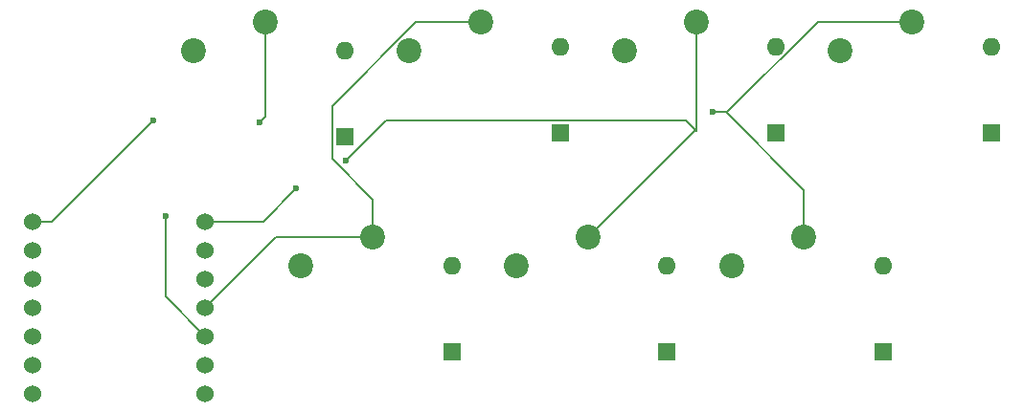
<source format=gbr>
%TF.GenerationSoftware,KiCad,Pcbnew,8.0.8*%
%TF.CreationDate,2025-02-15T20:23:53-05:00*%
%TF.ProjectId,Hackpad,4861636b-7061-4642-9e6b-696361645f70,rev?*%
%TF.SameCoordinates,Original*%
%TF.FileFunction,Copper,L2,Bot*%
%TF.FilePolarity,Positive*%
%FSLAX46Y46*%
G04 Gerber Fmt 4.6, Leading zero omitted, Abs format (unit mm)*
G04 Created by KiCad (PCBNEW 8.0.8) date 2025-02-15 20:23:53*
%MOMM*%
%LPD*%
G01*
G04 APERTURE LIST*
%TA.AperFunction,ComponentPad*%
%ADD10C,2.200000*%
%TD*%
%TA.AperFunction,ComponentPad*%
%ADD11C,1.524000*%
%TD*%
%TA.AperFunction,ComponentPad*%
%ADD12R,1.600000X1.600000*%
%TD*%
%TA.AperFunction,ComponentPad*%
%ADD13O,1.600000X1.600000*%
%TD*%
%TA.AperFunction,ViaPad*%
%ADD14C,0.600000*%
%TD*%
%TA.AperFunction,Conductor*%
%ADD15C,0.200000*%
%TD*%
G04 APERTURE END LIST*
D10*
%TO.P,S7,1,1*%
%TO.N,Colum 4*%
X192660000Y-93975000D03*
%TO.P,S7,2,2*%
%TO.N,Net-(D7-A)*%
X186310000Y-96515000D03*
%TD*%
%TO.P,S1,1,1*%
%TO.N,Colum 1*%
X145070000Y-74935000D03*
%TO.P,S1,2,2*%
%TO.N,Net-(D1-A)*%
X138720000Y-77475000D03*
%TD*%
%TO.P,S3,1,1*%
%TO.N,Colum 3*%
X183210000Y-74925000D03*
%TO.P,S3,2,2*%
%TO.N,Net-(D3-A)*%
X176860000Y-77465000D03*
%TD*%
%TO.P,S5,1,1*%
%TO.N,Colum 2*%
X154560000Y-93965000D03*
%TO.P,S5,2,2*%
%TO.N,Net-(D5-A)*%
X148210000Y-96505000D03*
%TD*%
%TO.P,S4,1,1*%
%TO.N,Colum 4*%
X202260000Y-74925000D03*
%TO.P,S4,2,2*%
%TO.N,Net-(D4-A)*%
X195910000Y-77465000D03*
%TD*%
%TO.P,S6,1,1*%
%TO.N,Colum 3*%
X173610000Y-93975000D03*
%TO.P,S6,2,2*%
%TO.N,Net-(D6-A)*%
X167260000Y-96515000D03*
%TD*%
D11*
%TO.P,U1,1,PA02_A0_D0*%
%TO.N,unconnected-(U1-PA02_A0_D0-Pad1)*%
X139780000Y-107835000D03*
%TO.P,U1,2,PA4_A1_D1*%
%TO.N,unconnected-(U1-PA4_A1_D1-Pad2)*%
X139780000Y-105295000D03*
%TO.P,U1,3,PA10_A2_D2*%
%TO.N,Colum 1*%
X139780000Y-102755000D03*
%TO.P,U1,4,PA11_A3_D3*%
%TO.N,Colum 2*%
X139780000Y-100215000D03*
%TO.P,U1,5,PA8_A4_D4_SDA*%
%TO.N,unconnected-(U1-PA8_A4_D4_SDA-Pad5)*%
X139780000Y-97675000D03*
%TO.P,U1,6,PA9_A5_D5_SCL*%
%TO.N,unconnected-(U1-PA9_A5_D5_SCL-Pad6)*%
X139780000Y-95135000D03*
%TO.P,U1,7,PB08_A6_D6_TX*%
%TO.N,Colum 3*%
X139780000Y-92595000D03*
%TO.P,U1,8,PB09_A7_D7_RX*%
%TO.N,Colum 4*%
X124540000Y-92595000D03*
%TO.P,U1,9,PA7_A8_D8_SCK*%
%TO.N,Row 1*%
X124540000Y-95135000D03*
%TO.P,U1,10,PA5_A9_D9_MISO*%
%TO.N,Row 2*%
X124540000Y-97675000D03*
%TO.P,U1,11,PA6_A10_D10_MOSI*%
%TO.N,unconnected-(U1-PA6_A10_D10_MOSI-Pad11)*%
X124540000Y-100215000D03*
%TO.P,U1,12,3V3*%
%TO.N,unconnected-(U1-3V3-Pad12)*%
X124540000Y-102755000D03*
%TO.P,U1,13,GND*%
%TO.N,GND*%
X124540000Y-105295000D03*
%TO.P,U1,14,5V*%
%TO.N,+5V*%
X124540000Y-107835000D03*
%TD*%
D10*
%TO.P,S2,1,1*%
%TO.N,Colum 2*%
X164162500Y-74928750D03*
%TO.P,S2,2,2*%
%TO.N,Net-(D2-A)*%
X157812500Y-77468750D03*
%TD*%
D12*
%TO.P,D7,1,K*%
%TO.N,Row 2*%
X199660000Y-104125000D03*
D13*
%TO.P,D7,2,A*%
%TO.N,Net-(D7-A)*%
X199660000Y-96505000D03*
%TD*%
D12*
%TO.P,D1,1,K*%
%TO.N,Row 1*%
X152060000Y-85075000D03*
D13*
%TO.P,D1,2,A*%
%TO.N,Net-(D1-A)*%
X152060000Y-77455000D03*
%TD*%
D12*
%TO.P,D5,1,K*%
%TO.N,Row 2*%
X161560000Y-104175000D03*
D13*
%TO.P,D5,2,A*%
%TO.N,Net-(D5-A)*%
X161560000Y-96555000D03*
%TD*%
D12*
%TO.P,D4,1,K*%
%TO.N,Row 1*%
X209210000Y-84725000D03*
D13*
%TO.P,D4,2,A*%
%TO.N,Net-(D4-A)*%
X209210000Y-77105000D03*
%TD*%
D12*
%TO.P,D2,1,K*%
%TO.N,Row 1*%
X171160000Y-84725000D03*
D13*
%TO.P,D2,2,A*%
%TO.N,Net-(D2-A)*%
X171160000Y-77105000D03*
%TD*%
D12*
%TO.P,D6,1,K*%
%TO.N,Row 2*%
X180560000Y-104175000D03*
D13*
%TO.P,D6,2,A*%
%TO.N,Net-(D6-A)*%
X180560000Y-96555000D03*
%TD*%
D12*
%TO.P,D3,1,K*%
%TO.N,Row 1*%
X190160000Y-84725000D03*
D13*
%TO.P,D3,2,A*%
%TO.N,Net-(D3-A)*%
X190160000Y-77105000D03*
%TD*%
D14*
%TO.N,Colum 1*%
X144560000Y-83815000D03*
X136260000Y-92115000D03*
%TO.N,Colum 3*%
X152160000Y-87215000D03*
X147810000Y-89665000D03*
%TO.N,Colum 4*%
X184610000Y-82915000D03*
X135210000Y-83615000D03*
%TD*%
D15*
%TO.N,Colum 1*%
X145070000Y-83305000D02*
X144560000Y-83815000D01*
X136260000Y-99235000D02*
X139780000Y-102755000D01*
X145070000Y-74935000D02*
X145070000Y-83305000D01*
X136260000Y-92115000D02*
X136260000Y-99235000D01*
%TO.N,Colum 2*%
X154560000Y-90665000D02*
X154560000Y-93965000D01*
X154560000Y-93965000D02*
X146030000Y-93965000D01*
X164162500Y-74928750D02*
X158372601Y-74928750D01*
X158372601Y-74928750D02*
X150960000Y-82341351D01*
X150960000Y-82341351D02*
X150960000Y-87065000D01*
X146030000Y-93965000D02*
X139780000Y-100215000D01*
X150960000Y-87065000D02*
X154560000Y-90665000D01*
%TO.N,Colum 3*%
X183210000Y-84375000D02*
X173610000Y-93975000D01*
X147810000Y-89665000D02*
X144880000Y-92595000D01*
X183210000Y-84365000D02*
X183210000Y-84375000D01*
X183210000Y-84575000D02*
X182260000Y-83625000D01*
X144880000Y-92595000D02*
X139780000Y-92595000D01*
X155750000Y-83625000D02*
X152160000Y-87215000D01*
X183210000Y-84365000D02*
X183210000Y-84575000D01*
X182260000Y-83625000D02*
X155750000Y-83625000D01*
X183210000Y-74925000D02*
X183210000Y-84365000D01*
%TO.N,Colum 4*%
X185905635Y-82915000D02*
X185760000Y-82915000D01*
X202260000Y-74925000D02*
X193895635Y-74925000D01*
X185760000Y-82915000D02*
X192660000Y-89815000D01*
X193895635Y-74925000D02*
X185905635Y-82915000D01*
X185760000Y-82915000D02*
X184610000Y-82915000D01*
X192660000Y-89815000D02*
X192660000Y-93975000D01*
X135210000Y-83615000D02*
X133310000Y-85515000D01*
X126230000Y-92595000D02*
X124540000Y-92595000D01*
X133310000Y-85515000D02*
X126230000Y-92595000D01*
%TD*%
M02*

</source>
